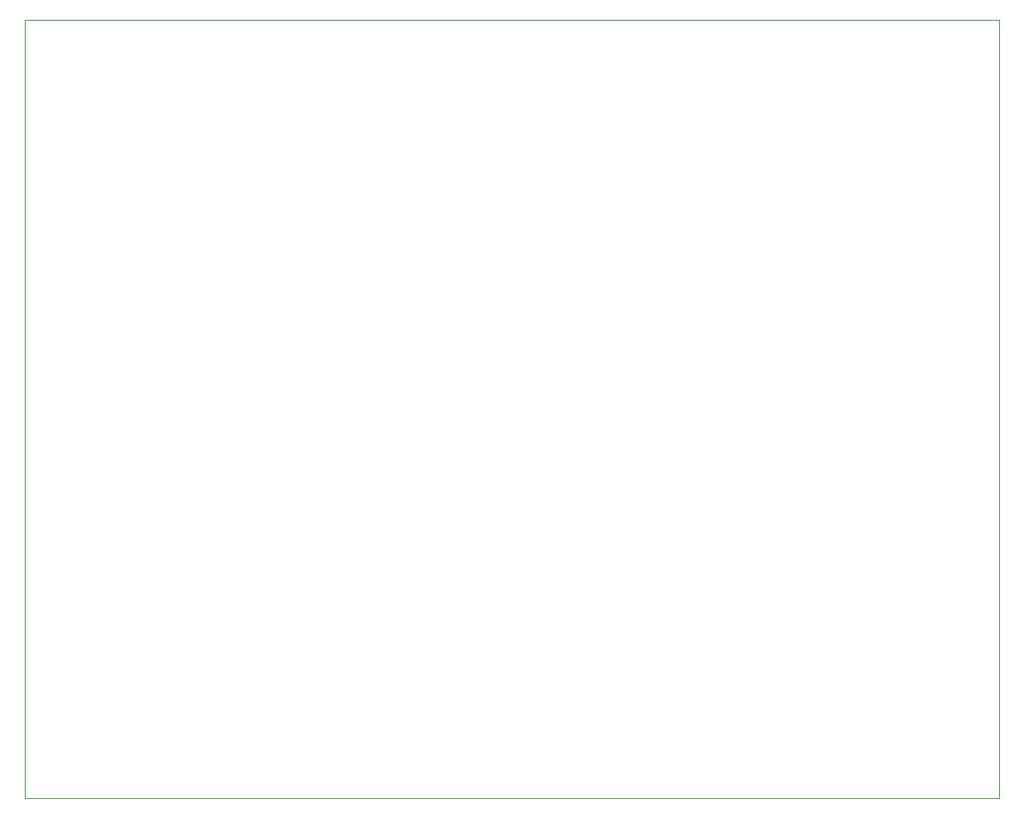
<source format=gbr>
%TF.GenerationSoftware,KiCad,Pcbnew,7.0.9*%
%TF.CreationDate,2024-03-24T03:36:48+09:00*%
%TF.ProjectId,motordriver2,6d6f746f-7264-4726-9976-6572322e6b69,rev?*%
%TF.SameCoordinates,Original*%
%TF.FileFunction,Profile,NP*%
%FSLAX46Y46*%
G04 Gerber Fmt 4.6, Leading zero omitted, Abs format (unit mm)*
G04 Created by KiCad (PCBNEW 7.0.9) date 2024-03-24 03:36:48*
%MOMM*%
%LPD*%
G01*
G04 APERTURE LIST*
%TA.AperFunction,Profile*%
%ADD10C,0.100000*%
%TD*%
G04 APERTURE END LIST*
D10*
X58900000Y-84275001D02*
X158550000Y-84275001D01*
X158550000Y-163925001D01*
X58900000Y-163925001D01*
X58900000Y-84275001D01*
M02*

</source>
